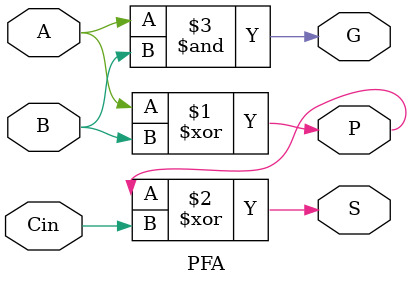
<source format=v>
module PFA(A, B, Cin, P, G, S);
input A,B, Cin;
output P, G, S; //Prigate and Generate for carry look ahead chain
//partial full adder logic
assign P= A^ B;
assign S = P ^ Cin;
assign G = A & B;
endmodule 

</source>
